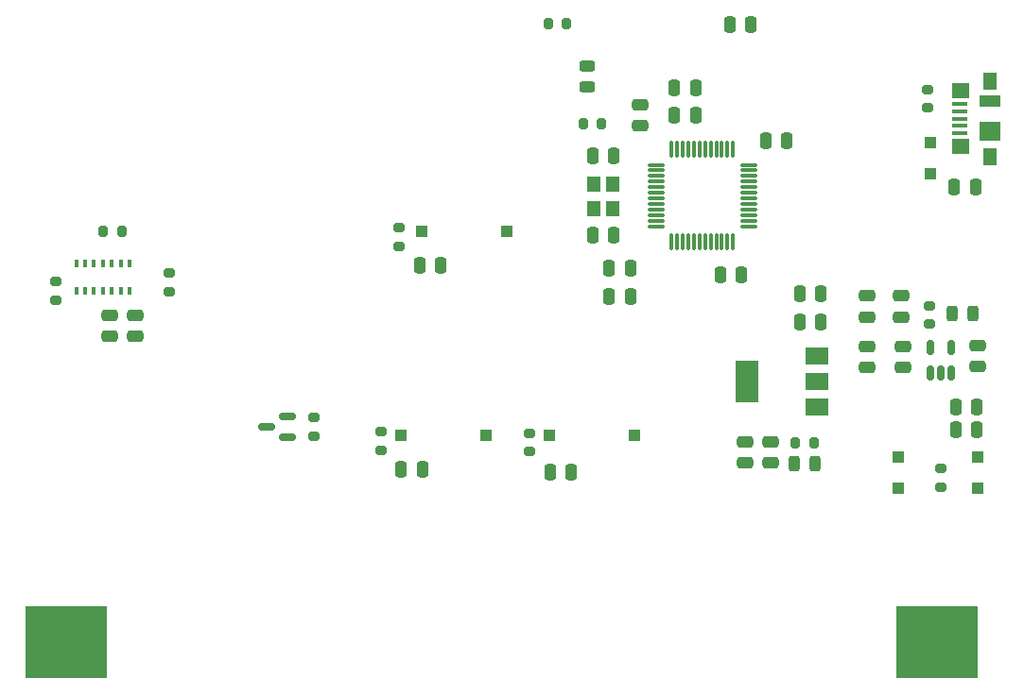
<source format=gbr>
%TF.GenerationSoftware,KiCad,Pcbnew,7.0.5*%
%TF.CreationDate,2024-07-05T18:30:48+07:00*%
%TF.ProjectId,project233,70726f6a-6563-4743-9233-332e6b696361,rev?*%
%TF.SameCoordinates,Original*%
%TF.FileFunction,Paste,Top*%
%TF.FilePolarity,Positive*%
%FSLAX46Y46*%
G04 Gerber Fmt 4.6, Leading zero omitted, Abs format (unit mm)*
G04 Created by KiCad (PCBNEW 7.0.5) date 2024-07-05 18:30:48*
%MOMM*%
%LPD*%
G01*
G04 APERTURE LIST*
G04 Aperture macros list*
%AMRoundRect*
0 Rectangle with rounded corners*
0 $1 Rounding radius*
0 $2 $3 $4 $5 $6 $7 $8 $9 X,Y pos of 4 corners*
0 Add a 4 corners polygon primitive as box body*
4,1,4,$2,$3,$4,$5,$6,$7,$8,$9,$2,$3,0*
0 Add four circle primitives for the rounded corners*
1,1,$1+$1,$2,$3*
1,1,$1+$1,$4,$5*
1,1,$1+$1,$6,$7*
1,1,$1+$1,$8,$9*
0 Add four rect primitives between the rounded corners*
20,1,$1+$1,$2,$3,$4,$5,0*
20,1,$1+$1,$4,$5,$6,$7,0*
20,1,$1+$1,$6,$7,$8,$9,0*
20,1,$1+$1,$8,$9,$2,$3,0*%
G04 Aperture macros list end*
%ADD10RoundRect,0.200000X0.200000X0.275000X-0.200000X0.275000X-0.200000X-0.275000X0.200000X-0.275000X0*%
%ADD11RoundRect,0.250000X-0.250000X-0.475000X0.250000X-0.475000X0.250000X0.475000X-0.250000X0.475000X0*%
%ADD12R,2.000000X1.500000*%
%ADD13R,2.000000X3.800000*%
%ADD14RoundRect,0.200000X-0.275000X0.200000X-0.275000X-0.200000X0.275000X-0.200000X0.275000X0.200000X0*%
%ADD15RoundRect,0.250000X-0.300000X0.300000X-0.300000X-0.300000X0.300000X-0.300000X0.300000X0.300000X0*%
%ADD16RoundRect,0.250000X0.250000X0.475000X-0.250000X0.475000X-0.250000X-0.475000X0.250000X-0.475000X0*%
%ADD17RoundRect,0.250000X-0.475000X0.250000X-0.475000X-0.250000X0.475000X-0.250000X0.475000X0.250000X0*%
%ADD18RoundRect,0.200000X-0.200000X-0.275000X0.200000X-0.275000X0.200000X0.275000X-0.200000X0.275000X0*%
%ADD19RoundRect,0.075000X-0.662500X-0.075000X0.662500X-0.075000X0.662500X0.075000X-0.662500X0.075000X0*%
%ADD20RoundRect,0.075000X-0.075000X-0.662500X0.075000X-0.662500X0.075000X0.662500X-0.075000X0.662500X0*%
%ADD21R,1.200000X1.400000*%
%ADD22RoundRect,0.243750X-0.243750X-0.456250X0.243750X-0.456250X0.243750X0.456250X-0.243750X0.456250X0*%
%ADD23RoundRect,0.243750X0.243750X0.456250X-0.243750X0.456250X-0.243750X-0.456250X0.243750X-0.456250X0*%
%ADD24R,1.000000X1.000000*%
%ADD25RoundRect,0.200000X0.275000X-0.200000X0.275000X0.200000X-0.275000X0.200000X-0.275000X-0.200000X0*%
%ADD26RoundRect,0.250000X0.300000X-0.300000X0.300000X0.300000X-0.300000X0.300000X-0.300000X-0.300000X0*%
%ADD27RoundRect,0.250000X0.475000X-0.250000X0.475000X0.250000X-0.475000X0.250000X-0.475000X-0.250000X0*%
%ADD28R,7.400000X6.500000*%
%ADD29R,0.355600X0.762000*%
%ADD30RoundRect,0.243750X0.456250X-0.243750X0.456250X0.243750X-0.456250X0.243750X-0.456250X-0.243750X0*%
%ADD31RoundRect,0.150000X0.587500X0.150000X-0.587500X0.150000X-0.587500X-0.150000X0.587500X-0.150000X0*%
%ADD32RoundRect,0.150000X0.150000X-0.512500X0.150000X0.512500X-0.150000X0.512500X-0.150000X-0.512500X0*%
%ADD33R,1.380000X0.450000*%
%ADD34R,1.300000X1.650000*%
%ADD35R,1.550000X1.425000*%
%ADD36R,1.900000X1.800000*%
%ADD37R,1.900000X1.000000*%
G04 APERTURE END LIST*
D10*
%TO.C,R2*%
X167991500Y-90170000D03*
X166341500Y-90170000D03*
%TD*%
D11*
%TO.C,C22*%
X150053000Y-121158000D03*
X151953000Y-121158000D03*
%TD*%
D12*
%TO.C,U4*%
X187300000Y-115584000D03*
X187300000Y-113284000D03*
D13*
X181000000Y-113284000D03*
D12*
X187300000Y-110984000D03*
%TD*%
D14*
%TO.C,R13*%
X161565000Y-117903000D03*
X161565000Y-119553000D03*
%TD*%
%TO.C,R8*%
X119126000Y-104331000D03*
X119126000Y-105981000D03*
%TD*%
D15*
%TO.C,D5*%
X201676000Y-120012000D03*
X201676000Y-122812000D03*
%TD*%
D11*
%TO.C,C5*%
X182692000Y-91694000D03*
X184592000Y-91694000D03*
%TD*%
D16*
%TO.C,C10*%
X170556000Y-103124000D03*
X168656000Y-103124000D03*
%TD*%
%TO.C,C6*%
X169069500Y-100159000D03*
X167169500Y-100159000D03*
%TD*%
%TO.C,C27*%
X187640000Y-105410000D03*
X185740000Y-105410000D03*
%TD*%
D17*
%TO.C,FB1*%
X191770000Y-105614000D03*
X191770000Y-107514000D03*
%TD*%
D18*
%TO.C,R5*%
X185357000Y-118745000D03*
X187007000Y-118745000D03*
%TD*%
D11*
%TO.C,C11*%
X179456000Y-81280000D03*
X181356000Y-81280000D03*
%TD*%
D17*
%TO.C,C15*%
X191770000Y-110125001D03*
X191770000Y-112025001D03*
%TD*%
D11*
%TO.C,C12*%
X199710000Y-115570000D03*
X201610000Y-115570000D03*
%TD*%
D19*
%TO.C,U1*%
X172847000Y-93853000D03*
X172847000Y-94353000D03*
X172847000Y-94853000D03*
X172847000Y-95353000D03*
X172847000Y-95853000D03*
X172847000Y-96353000D03*
X172847000Y-96853000D03*
X172847000Y-97353000D03*
X172847000Y-97853000D03*
X172847000Y-98353000D03*
X172847000Y-98853000D03*
X172847000Y-99353000D03*
D20*
X174259500Y-100765500D03*
X174759500Y-100765500D03*
X175259500Y-100765500D03*
X175759500Y-100765500D03*
X176259500Y-100765500D03*
X176759500Y-100765500D03*
X177259500Y-100765500D03*
X177759500Y-100765500D03*
X178259500Y-100765500D03*
X178759500Y-100765500D03*
X179259500Y-100765500D03*
X179759500Y-100765500D03*
D19*
X181172000Y-99353000D03*
X181172000Y-98853000D03*
X181172000Y-98353000D03*
X181172000Y-97853000D03*
X181172000Y-97353000D03*
X181172000Y-96853000D03*
X181172000Y-96353000D03*
X181172000Y-95853000D03*
X181172000Y-95353000D03*
X181172000Y-94853000D03*
X181172000Y-94353000D03*
X181172000Y-93853000D03*
D20*
X179759500Y-92440500D03*
X179259500Y-92440500D03*
X178759500Y-92440500D03*
X178259500Y-92440500D03*
X177759500Y-92440500D03*
X177259500Y-92440500D03*
X176759500Y-92440500D03*
X176259500Y-92440500D03*
X175759500Y-92440500D03*
X175259500Y-92440500D03*
X174759500Y-92440500D03*
X174259500Y-92440500D03*
%TD*%
D18*
%TO.C,R6*%
X123381000Y-99822000D03*
X125031000Y-99822000D03*
%TD*%
D11*
%TO.C,C3*%
X151704000Y-102870000D03*
X153604000Y-102870000D03*
%TD*%
D16*
%TO.C,C16*%
X187640000Y-107950000D03*
X185740000Y-107950000D03*
%TD*%
D21*
%TO.C,HSE1*%
X167269500Y-95567000D03*
X167269500Y-97767000D03*
X168969500Y-97767000D03*
X168969500Y-95567000D03*
%TD*%
D22*
%TO.C,D4*%
X185244500Y-120650000D03*
X187119500Y-120650000D03*
%TD*%
D23*
%TO.C,D3*%
X201216500Y-107199000D03*
X199341500Y-107199000D03*
%TD*%
D17*
%TO.C,C13*%
X201676000Y-110059000D03*
X201676000Y-111959000D03*
%TD*%
D11*
%TO.C,C1*%
X174498000Y-86944000D03*
X176398000Y-86944000D03*
%TD*%
D24*
%TO.C,SW3*%
X163322000Y-118110000D03*
X170942000Y-118110000D03*
%TD*%
D11*
%TO.C,C23*%
X163388000Y-121395000D03*
X165288000Y-121395000D03*
%TD*%
D16*
%TO.C,C8*%
X180499500Y-103715000D03*
X178599500Y-103715000D03*
%TD*%
D17*
%TO.C,FB2*%
X194818000Y-105614000D03*
X194818000Y-107514000D03*
%TD*%
D11*
%TO.C,C21*%
X199560998Y-95810499D03*
X201460998Y-95810499D03*
%TD*%
D25*
%TO.C,R7*%
X129286000Y-105219000D03*
X129286000Y-103569000D03*
%TD*%
D17*
%TO.C,C17*%
X183133999Y-118684000D03*
X183133999Y-120584000D03*
%TD*%
%TO.C,C18*%
X180848000Y-118684000D03*
X180848000Y-120584000D03*
%TD*%
D14*
%TO.C,R3*%
X197208998Y-87111500D03*
X197208998Y-88761500D03*
%TD*%
D25*
%TO.C,R4*%
X197358000Y-108151000D03*
X197358000Y-106501000D03*
%TD*%
D11*
%TO.C,C28*%
X199710000Y-117613000D03*
X201610000Y-117613000D03*
%TD*%
%TO.C,C2*%
X174498000Y-89408000D03*
X176398000Y-89408000D03*
%TD*%
D10*
%TO.C,R11*%
X164848000Y-81153000D03*
X163198000Y-81153000D03*
%TD*%
D26*
%TO.C,D2*%
X197462999Y-94670500D03*
X197462999Y-91870500D03*
%TD*%
D25*
%TO.C,R10*%
X142240000Y-118173000D03*
X142240000Y-116523000D03*
%TD*%
D24*
%TO.C,SW2*%
X149987000Y-118110000D03*
X157607000Y-118110000D03*
%TD*%
D27*
%TO.C,C7*%
X171450000Y-90358000D03*
X171450000Y-88458000D03*
%TD*%
D16*
%TO.C,C9*%
X170556000Y-105664000D03*
X168656000Y-105664000D03*
%TD*%
D17*
%TO.C,C19*%
X126238000Y-107320000D03*
X126238000Y-109220000D03*
%TD*%
D28*
%TO.C,U5*%
X198004000Y-136652000D03*
X120004000Y-136652000D03*
%TD*%
D29*
%TO.C,U2*%
X125741222Y-102720373D03*
X124941221Y-102720373D03*
X124141223Y-102720373D03*
X123341222Y-102720373D03*
X122541224Y-102720373D03*
X121741223Y-102720373D03*
X120941222Y-102720373D03*
X120941222Y-105107973D03*
X121741223Y-105107973D03*
X122541221Y-105107973D03*
X123341222Y-105107973D03*
X124141220Y-105107973D03*
X124941221Y-105107973D03*
X125741222Y-105107973D03*
%TD*%
D30*
%TO.C,D1*%
X166658500Y-86872500D03*
X166658500Y-84997500D03*
%TD*%
D14*
%TO.C,R9*%
X198374000Y-121095000D03*
X198374000Y-122745000D03*
%TD*%
D24*
%TO.C,SW1*%
X151892000Y-99822000D03*
X159512000Y-99822000D03*
%TD*%
D14*
%TO.C,R12*%
X148209000Y-117793000D03*
X148209000Y-119443000D03*
%TD*%
D31*
%TO.C,Q1*%
X139875500Y-118298000D03*
X139875500Y-116398000D03*
X138000500Y-117348000D03*
%TD*%
D17*
%TO.C,C20*%
X123952002Y-107319999D03*
X123952002Y-109219999D03*
%TD*%
D11*
%TO.C,C4*%
X167169500Y-93047000D03*
X169069500Y-93047000D03*
%TD*%
D32*
%TO.C,U3*%
X197424000Y-112522000D03*
X198374000Y-112522000D03*
X199324000Y-112522000D03*
X199324000Y-110247000D03*
X197424000Y-110247000D03*
%TD*%
D17*
%TO.C,C14*%
X194945000Y-110120000D03*
X194945000Y-112020000D03*
%TD*%
D25*
%TO.C,R1*%
X149860000Y-101155000D03*
X149860000Y-99505000D03*
%TD*%
D26*
%TO.C,D6*%
X194564000Y-122823000D03*
X194564000Y-120023000D03*
%TD*%
D33*
%TO.C,J1*%
X200067000Y-91014500D03*
X200067000Y-90364500D03*
X200067000Y-89714500D03*
X200067000Y-89064500D03*
X200067000Y-88414500D03*
D34*
X202727000Y-93089500D03*
D35*
X200152000Y-92202000D03*
D36*
X202727000Y-90864500D03*
D37*
X202727000Y-88164500D03*
D35*
X200152000Y-87227000D03*
D34*
X202727000Y-86339500D03*
%TD*%
M02*

</source>
